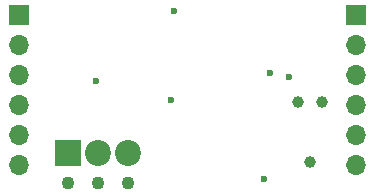
<source format=gbr>
%TF.GenerationSoftware,KiCad,Pcbnew,8.0.8*%
%TF.CreationDate,2025-02-16T13:19:37-05:00*%
%TF.ProjectId,SI-P Pressure Transducer,53492d50-2050-4726-9573-737572652054,rev?*%
%TF.SameCoordinates,Original*%
%TF.FileFunction,Soldermask,Bot*%
%TF.FilePolarity,Negative*%
%FSLAX46Y46*%
G04 Gerber Fmt 4.6, Leading zero omitted, Abs format (unit mm)*
G04 Created by KiCad (PCBNEW 8.0.8) date 2025-02-16 13:19:37*
%MOMM*%
%LPD*%
G01*
G04 APERTURE LIST*
%ADD10C,1.100000*%
%ADD11R,2.200000X2.200000*%
%ADD12C,2.200000*%
%ADD13R,1.700000X1.700000*%
%ADD14O,1.700000X1.700000*%
%ADD15C,0.990600*%
%ADD16C,0.600000*%
G04 APERTURE END LIST*
D10*
%TO.C,J5*%
X185420000Y-76040000D03*
X187960000Y-76040000D03*
X190500000Y-76040000D03*
D11*
X185420000Y-73500000D03*
D12*
X187960000Y-73500000D03*
X190500000Y-73500000D03*
%TD*%
D13*
%TO.C,J2*%
X181257480Y-61800000D03*
D14*
X181257480Y-64340000D03*
X181257480Y-66880000D03*
X181257480Y-69420000D03*
X181257480Y-71960000D03*
X181257480Y-74500000D03*
%TD*%
D13*
%TO.C,J1*%
X209800000Y-61800000D03*
D14*
X209800000Y-64340000D03*
X209800000Y-66880000D03*
X209800000Y-69420000D03*
X209800000Y-71960000D03*
X209800000Y-74500000D03*
%TD*%
D15*
%TO.C,J4*%
X205935000Y-74280000D03*
X204919000Y-69200000D03*
X206951000Y-69200000D03*
%TD*%
D16*
X204100000Y-67100000D03*
X194100000Y-69000000D03*
X187800000Y-67400000D03*
X202544109Y-66734906D03*
X202000000Y-75700000D03*
X194400000Y-61500000D03*
M02*

</source>
